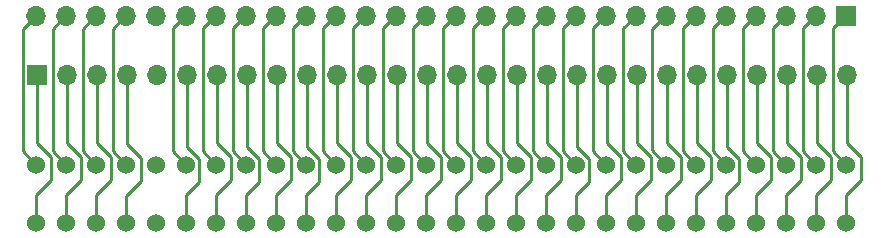
<source format=gtl>
G04 #@! TF.GenerationSoftware,KiCad,Pcbnew,6.0.11-2627ca5db0~126~ubuntu22.04.1*
G04 #@! TF.CreationDate,2023-04-18T11:26:25+01:00*
G04 #@! TF.ProjectId,pim,70696d2e-6b69-4636-9164-5f7063625858,rev?*
G04 #@! TF.SameCoordinates,Original*
G04 #@! TF.FileFunction,Copper,L1,Top*
G04 #@! TF.FilePolarity,Positive*
%FSLAX46Y46*%
G04 Gerber Fmt 4.6, Leading zero omitted, Abs format (unit mm)*
G04 Created by KiCad (PCBNEW 6.0.11-2627ca5db0~126~ubuntu22.04.1) date 2023-04-18 11:26:25*
%MOMM*%
%LPD*%
G01*
G04 APERTURE LIST*
G04 #@! TA.AperFunction,ComponentPad*
%ADD10C,1.524000*%
G04 #@! TD*
G04 #@! TA.AperFunction,ComponentPad*
%ADD11R,1.700000X1.700000*%
G04 #@! TD*
G04 #@! TA.AperFunction,ComponentPad*
%ADD12O,1.700000X1.700000*%
G04 #@! TD*
G04 #@! TA.AperFunction,Conductor*
%ADD13C,0.250000*%
G04 #@! TD*
G04 APERTURE END LIST*
D10*
X123160000Y-128170000D03*
X123190000Y-123190000D03*
X113030000Y-123190000D03*
X115570000Y-123190000D03*
X118110000Y-123190000D03*
X120650000Y-123190000D03*
X125730000Y-123190000D03*
X128270000Y-123190000D03*
X130810000Y-123190000D03*
X133350000Y-123190000D03*
X135890000Y-123190000D03*
X138430000Y-123190000D03*
X140970000Y-123190000D03*
X143510000Y-123190000D03*
X146050000Y-123190000D03*
X148590000Y-123190000D03*
X151130000Y-123190000D03*
X153670000Y-123190000D03*
X156210000Y-123190000D03*
X158750000Y-123190000D03*
X161290000Y-123190000D03*
X163830000Y-123190000D03*
X166370000Y-123190000D03*
X168910000Y-123190000D03*
X171450000Y-123190000D03*
X173990000Y-123190000D03*
X176530000Y-123190000D03*
X179070000Y-123190000D03*
X181610000Y-123190000D03*
X113000000Y-128170000D03*
X115540000Y-128170000D03*
X118080000Y-128170000D03*
X120620000Y-128170000D03*
X125700000Y-128170000D03*
X128240000Y-128170000D03*
X130780000Y-128170000D03*
X133320000Y-128170000D03*
X135860000Y-128170000D03*
X138400000Y-128170000D03*
X140940000Y-128170000D03*
X143480000Y-128170000D03*
X146020000Y-128170000D03*
X148560000Y-128170000D03*
X151100000Y-128170000D03*
X153640000Y-128170000D03*
X156180000Y-128170000D03*
X158720000Y-128170000D03*
X161260000Y-128170000D03*
X163800000Y-128170000D03*
X166340000Y-128170000D03*
X168880000Y-128170000D03*
X171420000Y-128170000D03*
X173960000Y-128170000D03*
X176500000Y-128170000D03*
X179040000Y-128170000D03*
X181580000Y-128170000D03*
D11*
X181570000Y-110580000D03*
D12*
X179030000Y-110580000D03*
X176490000Y-110580000D03*
X173950000Y-110580000D03*
X171410000Y-110580000D03*
X168870000Y-110580000D03*
X166330000Y-110580000D03*
X163790000Y-110580000D03*
X161250000Y-110580000D03*
X158710000Y-110580000D03*
X156170000Y-110580000D03*
X153630000Y-110580000D03*
X151090000Y-110580000D03*
X148550000Y-110580000D03*
X146010000Y-110580000D03*
X143470000Y-110580000D03*
X140930000Y-110580000D03*
X138390000Y-110580000D03*
X135850000Y-110580000D03*
X133310000Y-110580000D03*
X130770000Y-110580000D03*
X128230000Y-110580000D03*
X125690000Y-110580000D03*
X123150000Y-110580000D03*
X120610000Y-110580000D03*
X118070000Y-110580000D03*
X115530000Y-110580000D03*
X112990000Y-110580000D03*
D11*
X113075000Y-115570000D03*
D12*
X115615000Y-115570000D03*
X118155000Y-115570000D03*
X120695000Y-115570000D03*
X123235000Y-115570000D03*
X125775000Y-115570000D03*
X128315000Y-115570000D03*
X130855000Y-115570000D03*
X133395000Y-115570000D03*
X135935000Y-115570000D03*
X138475000Y-115570000D03*
X141015000Y-115570000D03*
X143555000Y-115570000D03*
X146095000Y-115570000D03*
X148635000Y-115570000D03*
X151175000Y-115570000D03*
X153715000Y-115570000D03*
X156255000Y-115570000D03*
X158795000Y-115570000D03*
X161335000Y-115570000D03*
X163875000Y-115570000D03*
X166415000Y-115570000D03*
X168955000Y-115570000D03*
X171495000Y-115570000D03*
X174035000Y-115570000D03*
X176575000Y-115570000D03*
X179115000Y-115570000D03*
X181655000Y-115570000D03*
D13*
X113030000Y-123190000D02*
X111870000Y-122030000D01*
X111870000Y-122030000D02*
X111870000Y-111700000D01*
X111870000Y-111700000D02*
X112990000Y-110580000D01*
X115570000Y-123190000D02*
X114410000Y-122030000D01*
X114410000Y-111700000D02*
X115540000Y-110570000D01*
X114410000Y-122030000D02*
X114410000Y-111700000D01*
X118110000Y-123190000D02*
X116950000Y-122030000D01*
X116950000Y-111700000D02*
X118080000Y-110570000D01*
X116950000Y-122030000D02*
X116950000Y-111700000D01*
X119490000Y-122030000D02*
X119490000Y-111700000D01*
X120650000Y-123190000D02*
X119490000Y-122030000D01*
X119490000Y-111700000D02*
X120620000Y-110570000D01*
X124600000Y-122060000D02*
X124600000Y-111670000D01*
X124600000Y-111670000D02*
X125700000Y-110570000D01*
X125730000Y-123190000D02*
X124600000Y-122060000D01*
X127140000Y-111670000D02*
X128240000Y-110570000D01*
X127140000Y-122060000D02*
X127140000Y-111670000D01*
X128270000Y-123190000D02*
X127140000Y-122060000D01*
X130810000Y-123190000D02*
X129680000Y-122060000D01*
X129680000Y-122060000D02*
X129680000Y-111670000D01*
X129680000Y-111670000D02*
X130780000Y-110570000D01*
X132220000Y-111670000D02*
X133320000Y-110570000D01*
X132220000Y-122060000D02*
X132220000Y-111670000D01*
X133350000Y-123190000D02*
X132220000Y-122060000D01*
X134760000Y-122060000D02*
X134760000Y-111670000D01*
X134760000Y-111670000D02*
X135860000Y-110570000D01*
X135890000Y-123190000D02*
X134760000Y-122060000D01*
X137300000Y-122060000D02*
X137300000Y-111670000D01*
X137300000Y-111670000D02*
X138400000Y-110570000D01*
X138430000Y-123190000D02*
X137300000Y-122060000D01*
X139840000Y-111670000D02*
X140940000Y-110570000D01*
X140970000Y-123190000D02*
X139840000Y-122060000D01*
X139840000Y-122060000D02*
X139840000Y-111670000D01*
X142380000Y-111670000D02*
X143480000Y-110570000D01*
X142380000Y-122060000D02*
X142380000Y-111670000D01*
X143510000Y-123190000D02*
X142380000Y-122060000D01*
X146050000Y-123190000D02*
X144920000Y-122060000D01*
X144920000Y-111670000D02*
X146020000Y-110570000D01*
X144920000Y-122060000D02*
X144920000Y-111670000D01*
X147460000Y-111670000D02*
X148560000Y-110570000D01*
X147460000Y-122060000D02*
X147460000Y-111670000D01*
X148590000Y-123190000D02*
X147460000Y-122060000D01*
X151130000Y-123190000D02*
X150000000Y-122060000D01*
X150000000Y-111670000D02*
X151100000Y-110570000D01*
X150000000Y-122060000D02*
X150000000Y-111670000D01*
X152540000Y-122060000D02*
X152540000Y-111670000D01*
X153670000Y-123190000D02*
X152540000Y-122060000D01*
X152540000Y-111670000D02*
X153640000Y-110570000D01*
X155080000Y-122060000D02*
X155080000Y-111670000D01*
X156210000Y-123190000D02*
X155080000Y-122060000D01*
X155080000Y-111670000D02*
X156180000Y-110570000D01*
X157620000Y-111670000D02*
X158720000Y-110570000D01*
X157620000Y-122060000D02*
X157620000Y-111670000D01*
X158750000Y-123190000D02*
X157620000Y-122060000D01*
X161290000Y-123190000D02*
X160160000Y-122060000D01*
X160160000Y-111670000D02*
X161260000Y-110570000D01*
X160160000Y-122060000D02*
X160160000Y-111670000D01*
X162700000Y-122060000D02*
X162700000Y-111670000D01*
X163830000Y-123190000D02*
X162700000Y-122060000D01*
X162700000Y-111670000D02*
X163790000Y-110580000D01*
X166370000Y-123190000D02*
X165170000Y-121990000D01*
X165170000Y-111740000D02*
X166340000Y-110570000D01*
X165170000Y-121990000D02*
X165170000Y-111740000D01*
X167780000Y-122060000D02*
X167780000Y-111670000D01*
X168910000Y-123190000D02*
X167780000Y-122060000D01*
X167780000Y-111670000D02*
X168880000Y-110570000D01*
X171450000Y-123190000D02*
X170320000Y-122060000D01*
X170320000Y-122060000D02*
X170320000Y-111670000D01*
X170320000Y-111670000D02*
X171420000Y-110570000D01*
X172860000Y-122060000D02*
X172860000Y-111670000D01*
X172860000Y-111670000D02*
X173960000Y-110570000D01*
X173990000Y-123190000D02*
X172860000Y-122060000D01*
X175400000Y-111670000D02*
X176500000Y-110570000D01*
X176530000Y-123190000D02*
X175400000Y-122060000D01*
X175400000Y-122060000D02*
X175400000Y-111670000D01*
X179070000Y-123190000D02*
X177940000Y-122060000D01*
X177940000Y-111670000D02*
X179040000Y-110570000D01*
X177940000Y-122060000D02*
X177940000Y-111670000D01*
X180480000Y-111670000D02*
X181580000Y-110570000D01*
X181610000Y-123190000D02*
X180480000Y-122060000D01*
X180480000Y-122060000D02*
X180480000Y-111670000D01*
X179115000Y-121331396D02*
X180340000Y-122556396D01*
X179115000Y-115570000D02*
X179115000Y-121331396D01*
X180340000Y-122556396D02*
X180340000Y-124460000D01*
X180340000Y-124460000D02*
X179040000Y-125760000D01*
X179040000Y-125760000D02*
X179040000Y-128170000D01*
X175260000Y-122556396D02*
X175260000Y-124460000D01*
X173960000Y-125760000D02*
X173960000Y-128170000D01*
X174035000Y-115570000D02*
X174035000Y-121331396D01*
X174035000Y-121331396D02*
X175260000Y-122556396D01*
X175260000Y-124460000D02*
X173960000Y-125760000D01*
X171420000Y-125760000D02*
X171420000Y-128170000D01*
X172537000Y-124643000D02*
X171420000Y-125760000D01*
X172537000Y-122739749D02*
X172537000Y-124643000D01*
X171495000Y-121697749D02*
X172537000Y-122739749D01*
X171495000Y-115570000D02*
X171495000Y-121697749D01*
X168955000Y-115570000D02*
X168955000Y-121331396D01*
X168880000Y-125760000D02*
X168880000Y-128170000D01*
X168955000Y-121331396D02*
X170180000Y-122556396D01*
X170180000Y-122556396D02*
X170180000Y-124460000D01*
X170180000Y-124460000D02*
X168880000Y-125760000D01*
X167640000Y-124460000D02*
X166340000Y-125760000D01*
X167640000Y-122556396D02*
X167640000Y-124460000D01*
X166415000Y-115570000D02*
X166415000Y-121331396D01*
X166415000Y-121331396D02*
X167640000Y-122556396D01*
X166340000Y-125760000D02*
X166340000Y-128170000D01*
X163875000Y-121331396D02*
X165100000Y-122556396D01*
X163800000Y-125760000D02*
X163800000Y-128170000D01*
X163875000Y-115570000D02*
X163875000Y-121331396D01*
X165100000Y-122556396D02*
X165100000Y-124460000D01*
X165100000Y-124460000D02*
X163800000Y-125760000D01*
X161335000Y-115570000D02*
X161335000Y-121331396D01*
X161335000Y-121331396D02*
X162560000Y-122556396D01*
X162560000Y-124460000D02*
X161260000Y-125760000D01*
X162560000Y-122556396D02*
X162560000Y-124460000D01*
X161260000Y-125760000D02*
X161260000Y-128170000D01*
X158720000Y-125760000D02*
X158720000Y-128170000D01*
X158795000Y-121697749D02*
X159837000Y-122739749D01*
X158795000Y-115570000D02*
X158795000Y-121697749D01*
X159837000Y-124643000D02*
X158720000Y-125760000D01*
X159837000Y-122739749D02*
X159837000Y-124643000D01*
X157480000Y-122556396D02*
X157480000Y-124460000D01*
X156180000Y-125760000D02*
X156180000Y-128170000D01*
X157480000Y-124460000D02*
X156180000Y-125760000D01*
X156255000Y-121331396D02*
X157480000Y-122556396D01*
X156255000Y-115570000D02*
X156255000Y-121331396D01*
X153640000Y-125760000D02*
X153640000Y-128170000D01*
X153715000Y-115570000D02*
X153715000Y-121331396D01*
X154940000Y-122556396D02*
X154940000Y-124460000D01*
X153715000Y-121331396D02*
X154940000Y-122556396D01*
X154940000Y-124460000D02*
X153640000Y-125760000D01*
X152400000Y-122556396D02*
X152400000Y-124460000D01*
X151100000Y-125760000D02*
X151100000Y-128170000D01*
X151175000Y-115570000D02*
X151175000Y-121331396D01*
X151175000Y-121331396D02*
X152400000Y-122556396D01*
X152400000Y-124460000D02*
X151100000Y-125760000D01*
X148635000Y-121331396D02*
X149860000Y-122556396D01*
X149860000Y-124460000D02*
X148560000Y-125760000D01*
X149860000Y-122556396D02*
X149860000Y-124460000D01*
X148635000Y-115570000D02*
X148635000Y-121331396D01*
X148560000Y-125760000D02*
X148560000Y-128170000D01*
X146095000Y-115570000D02*
X146095000Y-121331396D01*
X146020000Y-125760000D02*
X146020000Y-128170000D01*
X147320000Y-124460000D02*
X146020000Y-125760000D01*
X147320000Y-122556396D02*
X147320000Y-124460000D01*
X146095000Y-121331396D02*
X147320000Y-122556396D01*
X143480000Y-125760000D02*
X143480000Y-128170000D01*
X143555000Y-121331396D02*
X144780000Y-122556396D01*
X144780000Y-124460000D02*
X143480000Y-125760000D01*
X143555000Y-115570000D02*
X143555000Y-121331396D01*
X144780000Y-122556396D02*
X144780000Y-124460000D01*
X140940000Y-125760000D02*
X140940000Y-128170000D01*
X141015000Y-121331396D02*
X142240000Y-122556396D01*
X141015000Y-115570000D02*
X141015000Y-121331396D01*
X142240000Y-124460000D02*
X140940000Y-125760000D01*
X142240000Y-122556396D02*
X142240000Y-124460000D01*
X138475000Y-115570000D02*
X138475000Y-121331396D01*
X138475000Y-121331396D02*
X139700000Y-122556396D01*
X139700000Y-122556396D02*
X139700000Y-124460000D01*
X139700000Y-124460000D02*
X138400000Y-125760000D01*
X138400000Y-125760000D02*
X138400000Y-128170000D01*
X135935000Y-115570000D02*
X135935000Y-121697749D01*
X136977000Y-122739749D02*
X136977000Y-124643000D01*
X136977000Y-124643000D02*
X135860000Y-125760000D01*
X135935000Y-121697749D02*
X136977000Y-122739749D01*
X135860000Y-125760000D02*
X135860000Y-128170000D01*
X133320000Y-125760000D02*
X133320000Y-128170000D01*
X134620000Y-124460000D02*
X133320000Y-125760000D01*
X134620000Y-122556396D02*
X134620000Y-124460000D01*
X133395000Y-115570000D02*
X133395000Y-121331396D01*
X133395000Y-121331396D02*
X134620000Y-122556396D01*
X131897000Y-122739749D02*
X131897000Y-124643000D01*
X130855000Y-121697749D02*
X131897000Y-122739749D01*
X131897000Y-124643000D02*
X130780000Y-125760000D01*
X130855000Y-115570000D02*
X130855000Y-121697749D01*
X130780000Y-125760000D02*
X130780000Y-128170000D01*
X128240000Y-125760000D02*
X128240000Y-128170000D01*
X128315000Y-115570000D02*
X128315000Y-121331396D01*
X129540000Y-122556396D02*
X129540000Y-124460000D01*
X129540000Y-124460000D02*
X128240000Y-125760000D01*
X128315000Y-121331396D02*
X129540000Y-122556396D01*
X125775000Y-121697749D02*
X126817000Y-122739749D01*
X126817000Y-124643000D02*
X125700000Y-125760000D01*
X126817000Y-122739749D02*
X126817000Y-124643000D01*
X125775000Y-115570000D02*
X125775000Y-121697749D01*
X125700000Y-125760000D02*
X125700000Y-128170000D01*
X120620000Y-125882302D02*
X120620000Y-128170000D01*
X121925800Y-122672898D02*
X121925800Y-124576502D01*
X120700800Y-121447898D02*
X121925800Y-122672898D01*
X120700800Y-115686502D02*
X120700800Y-121447898D01*
X121925800Y-124576502D02*
X120620000Y-125882302D01*
X118155000Y-121331396D02*
X119380000Y-122556396D01*
X118080000Y-125760000D02*
X118080000Y-128170000D01*
X118155000Y-115570000D02*
X118155000Y-121331396D01*
X119380000Y-124460000D02*
X118080000Y-125760000D01*
X119380000Y-122556396D02*
X119380000Y-124460000D01*
X116840000Y-124460000D02*
X115540000Y-125760000D01*
X115615000Y-115570000D02*
X115615000Y-121331396D01*
X115540000Y-125760000D02*
X115540000Y-128170000D01*
X115615000Y-121331396D02*
X116840000Y-122556396D01*
X116840000Y-122556396D02*
X116840000Y-124460000D01*
X113075000Y-115570000D02*
X113075000Y-121331396D01*
X113075000Y-121331396D02*
X114300000Y-122556396D01*
X113000000Y-125760000D02*
X113000000Y-128170000D01*
X114300000Y-124460000D02*
X113000000Y-125760000D01*
X114300000Y-122556396D02*
X114300000Y-124460000D01*
X176575000Y-121331396D02*
X177800000Y-122556396D01*
X176575000Y-115570000D02*
X176575000Y-121331396D01*
X177800000Y-122556396D02*
X177800000Y-124460000D01*
X176500000Y-125760000D02*
X176500000Y-128170000D01*
X177800000Y-124460000D02*
X176500000Y-125760000D01*
X181655000Y-115570000D02*
X181655000Y-121331396D01*
X181580000Y-125760000D02*
X181580000Y-128170000D01*
X182880000Y-124460000D02*
X181580000Y-125760000D01*
X182880000Y-122556396D02*
X182880000Y-124460000D01*
X181655000Y-121331396D02*
X182880000Y-122556396D01*
M02*

</source>
